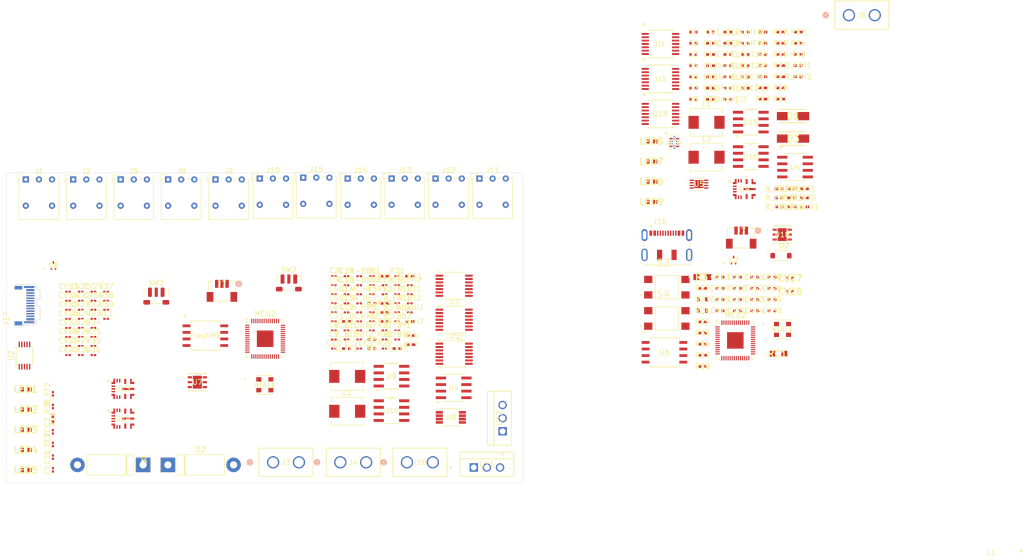
<source format=kicad_pcb>
(kicad_pcb (version 20240108) (generator "pcbnew") (generator_version "8.0")
  (layers (0 "F.Cu" signal) (1 "In1.Cu" signal) (2 "In2.Cu" signal) (3 "In3.Cu" signal) (4 "In4.Cu" signal) (31 "B.Cu" signal) (34 "B.Paste" user) (35 "F.Paste" user) (36 "B.SilkS" user "B.Silkscreen") (37 "F.SilkS" user "F.Silkscreen") (38 "B.Mask" user) (39 "F.Mask" user) (44 "Edge.Cuts" user))
  (net 0 "")
  (net 1 "Net-(U1-T+)")
  (net 2 "GND")
  (net 3 "Net-(U1-T-)")
  (net 4 "+3.3V")
  (net 5 "+5V")
  (net 6 "Net-(U3-T+)")
  (net 7 "Net-(U3-T-)")
  (net 8 "Net-(U5-T+)")
  (net 9 "Net-(U5-T-)")
  (net 10 "Net-(U8-EN)")
  (net 11 "Net-(MCU2-RUN)")
  (net 12 "Net-(MCU2-VREG_VOUT)")
  (net 13 "/5V REG")
  (net 14 "Net-(U13-SW)")
  (net 15 "Net-(U13-CBOOT)")
  (net 16 "Net-(U14-SW)")
  (net 17 "Net-(U14-CBOOT)")
  (net 18 "Net-(C_FF1-Pad1)")
  (net 19 "Net-(U13-FB)")
  (net 20 "Net-(U14-FB)")
  (net 21 "Net-(C_FF2-Pad1)")
  (net 22 "+16V")
  (net 23 "+12V")
  (net 24 "Net-(U13-VCC)")
  (net 25 "Net-(U14-VCC)")
  (net 26 "Net-(D1-A)")
  (net 27 "Net-(D2-A)")
  (net 28 "/RP2040 Standard/MCU QSPI_SD0")
  (net 29 "/RP2040 Standard/MCU QSPI_SD1")
  (net 30 "/RP2040 Standard/MCU QSPI_SS")
  (net 31 "/RP2040 Standard/MCU QSPI_SD2")
  (net 32 "/RP2040 Standard/MCU QSPI_SD3")
  (net 33 "/RP2040 Standard/MCU QSPI_SCLK")
  (net 34 "/THERMO1 T+")
  (net 35 "Net-(J2-Pin_1)")
  (net 36 "Net-(J5-Pin_1)")
  (net 37 "Net-(J7-Pad3)")
  (net 38 "Net-(J7-Pad1)")
  (net 39 "/THERMO1 T-")
  (net 40 "/THERMO2 T+")
  (net 41 "/THERMO2 T-")
  (net 42 "/THERMO3 T+")
  (net 43 "/THERMO3 T-")
  (net 44 "/ADC_AIN0")
  (net 45 "/RP2040 Standard/USB_DM")
  (net 47 "Net-(J17-CC1)")
  (net 50 "Net-(J17-CC2)")
  (net 53 "/RP2040 Standard/USB_DP")
  (net 55 "Net-(LED1-A)")
  (net 56 "Net-(LED2-K)")
  (net 57 "Net-(LED2-A)")
  (net 58 "Net-(LED3-A)")
  (net 59 "Net-(LED3-K)")
  (net 60 "Net-(LED4-A)")
  (net 61 "Net-(LED4-K)")
  (net 62 "Net-(LED5-K)")
  (net 63 "Net-(LED5-A)")
  (net 64 "/SPI_MOSI")
  (net 65 "/THERMO3_~{FAULT}")
  (net 66 "/THERMO2_~{FAULT}")
  (net 67 "/RS_RX")
  (net 68 "Net-(MCU2-USB_DM)")
  (net 69 "Net-(MCU2-SWCLK)")
  (net 70 "/RP2040 Standard/GP26_ADC0")
  (net 71 "/THERMO3_~{DRDY}")
  (net 72 "/DC.DC2 PGOOD")
  (net 73 "/THERMO1_~{CS}")
  (net 74 "/THERMO1_~{FAULT}")
  (net 75 "/RP2040 Standard/GP9{slash}SPI1 ~{CS}")
  (net 76 "/THERMO2_~{CS}")
  (net 77 "/Valve Control 2")
  (net 78 "/RP2040 Standard/GP29_ADC3")
  (net 79 "Net-(MCU2-SWD)")
  (net 80 "/RP2040 Standard/GP8{slash}SPI1 MISO")
  (net 81 "/RP2040 Standard/GP10{slash}SPI1 SCK")
  (net 82 "CRYSTAL")
  (net 84 "/ADC SDA I2C")
  (net 85 "/RP2040 Standard/GPIO3")
  (net 86 "/SPI_SCK")
  (net 87 "Net-(MCU2-USB_DP)")
  (net 88 "/RP2040 Standard/GP25{slash}PWM4 B")
  (net 89 "/ADC SDL I2C")
  (net 90 "/THERMO3_~{CS}")
  (net 91 "/DC.DC1 PGOOD")
  (net 92 "/RS_TX")
  (net 93 "/THERMO1_~{DRDY}")
  (net 94 "/RP2040 Standard/GP27_ADC1")
  (net 95 "/SPI_MISO")
  (net 96 "/THERMO2_~{DRDY}")
  (net 97 "/RP2040 Standard/GP28_ADC2")
  (net 98 "/RS_ENABLE")
  (net 99 "/Valve Control 1")
  (net 100 "/ADC RDY")
  (net 101 "Net-(U2-SDA)")
  (net 102 "Net-(U2-SCL)")
  (net 103 "/RP2040 Standard/~{RST}")
  (net 104 "Net-(XTAL1-TRI-STATE(STBY))")
  (net 105 "/RP2040 Standard/~{USB_BOOT}")
  (net 106 "Net-(U13-EN{slash}SYNC)")
  (net 107 "Net-(U14-EN{slash}SYNC)")
  (net 108 "+3V3")
  (net 109 "Net-(U13-RT)")
  (net 110 "Net-(U14-RT)")
  (net 113 "Net-(U2-ADDR)")
  (net 120 "Net-(U10-T+)")
  (net 121 "Net-(U10-T-)")
  (net 122 "Net-(U9-SW)")
  (net 123 "Net-(U9-CBOOT)")
  (net 124 "Net-(U9-VCC)")
  (net 125 "Net-(D2-PadA)")
  (net 126 "Net-(D3-A)")
  (net 135 "Net-(J16-CC1)")
  (net 136 "Net-(J16-CC2)")
  (net 137 "Net-(LED6-A)")
  (net 138 "Net-(LED7-A)")
  (net 139 "Net-(LED8-A)")
  (net 140 "Net-(LED9-A)")
  (net 141 "/TEMP ALERT")
  (net 142 "/TEMP SDA I2C")
  (net 143 "/TEMP SDL I2C")
  (net 144 "Net-(Q1-D)")
  (net 145 "Net-(U15-1SOURCE)")
  (net 146 "Net-(U15-2SOURCE)")
  (net 147 "Net-(U16-1SOURCE)")
  (net 148 "Net-(U16-2SOURCE)")
  (net 149 "Net-(U14-SCL)")
  (net 150 "Net-(U14-SDA)")
  (net 151 "Net-(U9-EN{slash}SYNC)")
  (net 152 "Net-(U9-FB)")
  (net 153 "Net-(U9-RT)")
  (footprint "SWD_Con:CONN_BM03B-SRSS-TBLFSN_JST" (layer "F.Cu") (at 232.6577 72.6083)
    (property "Reference" "J7")
    (property "Value" "BM03B-SRSS-TBLFSN")
  )
  (footprint "Capacitor_SMD:C_0201_0603Metric" (layer "F.Cu") (at 153.855 94)
    (property "Reference" "C10")
    (property "Value" "10nF")
  )
  (footprint "Resistor_SMD:R_0201_0603Metric" (layer "F.Cu") (at 166.105 92.25)
    (property "Reference" "R_FBT2")
    (property "Value" "100K")
  )
  (footprint "Package_SO:TSSOP-14_4.4x5mm_P0.65mm" (layer "F.Cu") (at 177.124201 94.9948)
    (property "Reference" "U5")
    (property "Value" "MAX31856")
  )
  (footprint "Package_SO:TSSOP-14_4.4x5mm_P0.65mm" (layer "F.Cu") (at 177.124201 88.4198)
    (property "Reference" "U3")
    (property "Value" "MAX31856")
  )
  (footprint "Resistor_SMD:R_0201_0603Metric" (layer "F.Cu") (at 109.795 88.25)
    (property "Reference" "RC1")
    (property "Value" "5k1")
  )
  (footprint "RES_0402:RES_0402" (layer "F.Cu") (at 168.740798 93.237997)
    (property "Reference" "R17")
    (property "Value" "10k")
  )
  (footprint "Capacitor_0402:Capacitor_0402" (layer "F.Cu") (at 230.0805 39.2744)
    (property "Reference" "C_IN-BLK1")
    (property "Value" "C")
  )
  (footprint "Capacitor_0402:Capacitor_0402" (layer "F.Cu") (at 238.6327 84.516)
    (property "Reference" "CV29")
    (property "Value" "1uF")
  )
  (footprint "Capacitor_0402:Capacitor_0402" (layer "F.Cu") (at 226.7183 32.7692)
    (property "Reference" "C9")
    (property "Value" "10nF")
  )
  (footprint "Capacitor_0402:Capacitor_0402" (layer "F.Cu") (at 231.9083 82.3476)
    (property "Reference" "CV18")
    (property "Value" "1uF")
  )
  (footprint "DCDC_LM61460:VQFN-HR14_RJR_TEX" (layer "F.Cu") (at 233.260799 63.138599)
    (property "Reference" "U9")
    (property "Value" "LM61460AASQRJRRQ1")
  )
  (footprint "Capacitor_0402:Capacitor_0402" (layer "F.Cu") (at 233.4427 39.2744)
    (property "Reference" "C_OUT2")
    (property "Value" "C")
  )
  (footprint "LDO ST1L05A:DFN_5APU33R_STM" (layer "F.Cu") (at 127.4478 100.5)
    (property "Reference" "U7")
    (property "Value" "ST1L05APU33R")
  )
  (footprint "RES_0402:RES_0402" (layer "F.Cu") (at 243.668995 32.7652)
    (property "Reference" "R32")
    (property "Value" "100")
  )
  (footprint "Button_Switch_THT:SW_Lever_1P2T_NKK_GW12LxH" (layer "F.Cu") (at 147.92 60.92)
    (property "Reference" "J15")
    (property "Value" "Conn_01x01_Socket")
  )
  (footprint "Capacitor_SMD:C_0201_0603Metric" (layer "F.Cu") (at 104.895 93.5)
    (property "Reference" "CV27")
    (property "Value" "4.7uF")
  )
  (footprint "RES_0402:RES_0402" (layer "F.Cu") (at 236.825799 37.086)
    (property "Reference" "R5")
    (property "Value" "2k")
  )
  (footprint "Button_Switch_SMD:SW_Push_1P1T-MP_NO_Horizontal_Alps_SKRTLAE010" (layer "F.Cu") (at 145.15 81.45)
    (property "Reference" "SW2")
    (property "Value" "SW_Push")
  )
  (footprint "Capacitor_0402:Capacitor_0402" (layer "F.Cu") (at 156.305 88.75)
    (property "Reference" "C23")
    (property "Value" "100nF")
  )
  (footprint "Capacitor_0402:Capacitor_0402" (layer "F.Cu") (at 230.0805 37.106)
    (property "Reference" "C_FF2")
    (property "Value" "C")
  )
  (footprint "Schottky RSX301L:DIOM5026X220N" (layer "F.Cu") (at 242.685 53.38)
    (property "Reference" "D3")
    (property "Value" "RSX301L-30DDTE25" (hide yes))
  )
  (footprint "RES_0402:RES_0402" (layer "F.Cu") (at 225.155799 82.3356)
    (property "Reference" "R22")
    (property "Value" "1k")
  )
  (footprint "Capacitor_0402:Capacitor_0402" (layer "F.Cu") (at 156.305 94)
    (property "Reference" "C_FF1")
    (property "Value" "C")
  )
  (footprint "2 PMOS:D8" (layer "F.Cu") (at 234.5096 50.1871)
    (property "Reference" "U15")
    (property "Value" "TPS1120DR")
  )
  (footprint "Capacitor_0402:Capacitor_0402" (layer "F.Cu") (at 223.3561 41.4428)
    (property "Reference" "C6")
    (property "Value" "100nF")
  )
  (footprint "Thermocouple:21-0066J_14_MXM" (layer "F.Cu") (at 217.0374 35.0679)
    (property "Reference" "U1")
    (property "Value" "MAX31856MUD+T")
  )
  (footprint "Capacitor_SMD:C_0201_0603Metric" (layer "F.Cu") (at 104.895 84.75)
    (property "Reference" "CV22")
    (property "Value" "100nF")
  )
  (footprint "AMASS_XT30UPB-M:CONN_XT30UPB-M_AMA" (layer "F.Cu") (at 253.5 29.5)
    (property "Reference" "J6")
    (property "Value" "XT30UPB-M")
  )
  (footprint "Capacitor_0402:Capacitor_0402" (layer "F.Cu") (at 226.7183 43.6112)
    (property "Reference" "C19")
    (property "Value" "100nF")
  )
  (footprint "Button_Switch_THT:SW_Lever_1P2T_NKK_GW12LxH" (layer "F.Cu") (at 165.0225 61.1025)
    (property "Reference" "J13")
    (property "Value" "Conn_01x01_Socket")
  )
  (footprint "Capacitor_0402:Capacitor_0402" (layer "F.Cu") (at 226.7183 37.106)
    (property "Reference" "C11")
    (property "Value" "100 nF")
  )
  (footprint "Capacitor_SMD:C_0201_0603Metric" (layer "F.Cu") (at 158.755 81.75)
    (property "Reference" "C_IN-BLK2")
    (property "Value" "C")
  )
  (footprint "Capacitor_0402:Capacitor_0402" (layer "F.Cu") (at 231.9083 84.516)
    (property "Reference" "CV19")
    (property "Value" "100nF")
  )
  (footprint "Red SMD LED:HSMHH191" (layer "F.Cu") (at 94.25 109.7)
    (property "Reference" "LED3")
    (property "Value" "HSMH-H191" (hide yes))
  )
  (footprint "RES_0402:RES_0402" (layer "F.Cu") (at 161.205 94)
    (property "Reference" "R9")
    (property "Value" "10K")
  )
  (footprint "Capacitor_0402:Capacitor_0402" (layer "F.Cu") (at 226.7183 45.7796)
    (property "Reference" "C20")
    (property "Value" "10nF")
  )
  (footprint "Resistor_SMD:R_0201_0603Metric" (layer "F.Cu") (at 168.555 83.5)
    (property "Reference" "R_RT1")
    (property "Value" "R")
  )
  (footprint "Capacitor_SMD:C_0201_0603Metric" (layer "F.Cu") (at 104.895 88.25)
    (property "Reference" "CV24")
    (property "Value" "100nF")
  )
  (footprint "Capacitor_SMD:C_0201_0603Metric" (layer "F.Cu") (at 102.445 91.75)
    (property "Reference" "CV18")
    (property "Value" "1uF")
  )
  (footprint "Schottky RSX301L:DIOM5026X220N" (layer "F.Cu") (at 242.685 49.03)
    (property "Reference" "D1")
    (property "Value" "RSX301L-30DDTE25" (hide yes))
  )
  (footprint "Thermocouple:21-0066J_14_MXM" (layer "F.Cu") (at 217.0374 41.8337)
    (property "Reference" "U3")
    (property "Value" "MAX31856MUD+T")
  )
  (footprint "Resistor_SMD:R_0201_0603Metric" (layer "F.Cu") (at 163.655 83.5)
    (property "Reference" "R13")
    (property "Value" "100")
  )
  (footprint "ADS1114:RUG10" (layer "F.Cu") (at 219.7302 54.133)
    (property "Reference" "U14")
    (property "Value" "ADS1114IRUGR")
  )
  (footprint "Capacitor_SMD:C_0201_0603Metric" (layer "F.Cu") (at 102.445 90)
    (property "Reference" "CV17")
    (property "Value" "100nF")
  )
  (footprint "Capacitor_SMD:C_0201_0603Metric" (layer "F.Cu") (at 99.5 110.105 90)
    (property "Reference" "C_VCC2")
    (property "Value" "C")
  )
  (footprint "Red SMD LED:HSMHH191" (layer "F.Cu") (at 94.25 101.9)
    (property "Reference" "LED1")
    (property "Value" "HSMH-H191" (hide yes))
  )
  (footprint "Capacitor_SMD:C_0201_0603Metric" (layer "F.Cu") (at 153.855 90.5)
    (property "Reference" "C8")
    (property "Value" "100nF")
  )
  (footprint "RES_R0603_27:RES_R0603_27" (layer "F.Cu") (at 225.155799 84.496)
    (property "Reference" "R23")
    (property "Value" "27")
  )
  (footprint "AMASS_XT30UPB-M:CONN_XT30UPB-M_AMA" (layer "F.Cu") (at 155.1049 116)
    (property "Reference" "J4")
    (property "Value" "XT30UPB-M")
  )
  (footprint "Capacitor_SMD:C_0201_0603Metric" (layer "F.Cu") (at 153.855 80)
    (property "Reference" "C2")
    (property "Value" "100nF")
  )
  (footprint "Resistor_SMD:R_0201_0603Metric" (layer "F.Cu") (at 163.655 94)
    (property "Reference" "R29")
    (property "Value" "2k")
  )
  (footprint "AMASS_XT30UPB-M:CONN_XT30UPB-M_AMA" (layer "F.Cu") (at 142.1049 116)
    (property "Reference" "J3")
    (property "Value" "XT30UPB-M")
  )
  (footprint "Capacitor_0402:Capacitor_0402" (layer "F.Cu") (at 235.2705 86.6844)
    (property "Reference" "CV24")
    (property "Value" "100nF")
  )
  (footprint "PMEG2010ER:SODFL3517X110N" (layer "F.Cu") (at 240.355 76.025)
    (property "Reference" "D2")
    (property "Value" "PMEG2010ER")
  )
  (footprint "Resistor_SMD:R_0201_0603Metric" (layer "F.Cu") (at 99.5 102.755 90)
    (property "Reference" "R_FF2")
    (property "Value" "R")
  )
  (footprint "Capacitor_0402:Capacitor_0402" (layer "F.Cu") (at 223.3561 45.7796)
    (property "Reference" "C8")
    (property "Value" "10nF")
  )
  (footprint "Resistor_SMD:R_0201_0603Metric" (layer "F.Cu") (at 107.345 91.75)
    (property "Reference" "R25")
    (property "Value" "100")
  )
  (footprint "Button_Switch_THT:SW_Lever_1P2T_NKK_GW12LxH" (layer "F.Cu") (at 112.61 61.285)
    (property "Reference" "J5")
    (property "Value" "Conn_01x01_Socket")
  )
  (footprint "RES_0402:RES_0402" (layer "F.Cu") (at 240.247397 34.9256)
    (property "Reference" "R19")
    (property "Value" "47")
  )
  (footprint "Button_Switch_SMD:SW_Push_1P1T-MP_NO_Horizontal_Alps_SKRTLAE010" (layer "F.Cu") (at 119.5 84)
    (property "Reference" "SW3")
    (property "Value" "SW_Push")
  )
  (footprint "RES_0402:RES_0402" (layer "F.Cu") (at 244.91 63.09)
    (property "Reference" "R_RT1")
    (property "Value" "R")
  )
  (footprint "Dual PMOS:D8" (layer "F.Cu") (at 165 106)
    (property "Reference" "U10")
    (property "Value" "TPS1120DR")
  )
  (footprint "RES_0402:RES_0402" (layer "F.Cu") (at 99.5 107.655 90)
    (property "Reference" "R10")
    (property "Value" "10K")
  )
  (footprint "NOR Flash:SOIC_208MIL_WIN" (layer "F.Cu") (at 217.8121 94.7176)
    (property "Reference" "U6")
    (property "Value" "W25Q128JVSIQ TR")
  )
  (footprint "Button_Switch_THT:SW_Lever_1P2T_NKK_GW12LxH" (layer "F.Cu") (at 173.5225 61.1025)
    (property "Reference" "J12")
    (property "Value" "Conn_01x01_Socket")
  )
  (footprint "Diode_THT:D_5W_P12.70mm_Horizontal" (layer "F.Cu") (at 116.9549 116.5 180)
    (property "Reference" "D1")
    (property "Value" "1N5818")
  )
  (footprint "R_0805_5K1:R_0805_5K1" (layer "F.Cu") (at 225.155799 80.1752)
    (property "Reference" "R3")
    (property "Value" "5k1" (hide yes))
  )
  (footprint "Resistor_SMD:R_0201_0603Metric" (layer "F.Cu") (at 166.105 88.75)
    (property "Reference" "R_FBB2")
    (property "Value" "R")
  )
  (footprint "Red SMD LED:HSMHH191" (layer "F.Cu") (at 94.25 113.6)
    (property "Reference" "LED4")
    (property "Value" "HSMH-H191" (hide yes))
  )
  (footprint "Resistor_SMD:R_0201_0603Metric" (layer "F.Cu") (at 109.795 83)
    (property "Reference" "R37")
    (property "Value" "10k")
  )
  (footprint "Resistor_SMD:R_0201_0603Metric" (layer "F.Cu") (at 161.205 83.5)
    (property "Reference" "R3")
    (property "Value" "2k")
  )
  (footprint "Package_SO:TSSOP-10_3x3mm_P0.5mm" (layer "F.Cu") (at 94 95.35 90)
    (property "Reference" "U2")
    (property "Value" "ADS1114IDGS")
  )
  (footprint "Capacitor_SMD:C_0201_0603Metric" (layer "F.Cu") (at 158.755 87)
    (property "Reference" "C_IN_HFI1")
    (property "Value" "C")
  )
  (footprint "Capacitor_SMD:C_0201_0603Metric" (layer "F.Cu") (at 104.895 86.5)
    (property "Reference" "CV23")
    (property "Value" "100nF")
  )
  (footprint "Thermocouple:21-0066J_14_MXM" (layer "F.Cu") (at 217.0374 48.5995)
    (property "Reference" "U10")
    (property "Value" "MAX31856MUD+T")
  )
  (footprint "Resistor_SMD:R_0201_0603Metric" (layer "F.Cu") (at 107.345 88.25)
    (property "Reference" "R23")
    (property "Value" "27")
  )
  (footprint "Capacitor_0402:Capacitor_0402" (layer "F.Cu") (at 235.2705 80.1792)
    (property "Reference" "CV21")
    (property "Value" "100nF")
  )
  (footprint "2 PMOS:D8" (layer "F.Cu") (at 234.5096 56.8513)
    (property "Reference" "U16")
    (property "Value" "TPS1120DR")
  )
  (footprint "USBC-DX07S016JA1:JAE_DX07S016JA1R1500" (layer "F.Cu") (at 218.27 72.775)
    (property "Reference" "J16")
    (property "Value" "DX07S016JA1R1500")
    (fp_line (start 2.875 -0.315) (end 3.125 -0.315) (stroke (width 0.01)) (layer "Edge.Cuts"))
    (fp_line (start 3.125 0.315) (end 2.875 0.315) (stroke (width 0.01)) (layer "Edge.Cuts"))
    (fp_arc (start 2.56 0) (mid 2.652261 -0.222739) (end 2.875 -0.315) (stroke (width 0.01)) (layer "Edge.Cuts"))
    (fp_arc (start 2.875 0.315) (mid 2.652261 0.222739) (end 2.56 0) (stroke (width 0.01)) (layer "Edge.Cuts"))
    (fp_arc (start 3.125 -0.315) (mid 3.347739 -0.222739) (end 3.44 0) (stroke (width 0.01)) (layer "Edge.Cuts"))
    (fp_arc (start 3.44 0) (mid 3.347739 0.222739) (end 3.125 0.315) (stroke (width 0.01)) (layer "Edge.Cuts"))
  )
  (footprint "Capacitor_0402:Capacitor_0402" (layer "F.Cu") (at 233.4427 37.106)
    (property "Reference" "C_OUT1")
    (property "Value" "C")
  )
  (footprint "Capacitor_SMD:C_0201_0603Metric" (layer "F.Cu") (at 104.895 90)
    (property "Reference" "CV25")
    (property "Value" "1uF")
  )
  (footprint "Resistor_SMD:R_0201_0603Metric" (layer "F.Cu") (at 166.105 81.75)
    (property "Reference" "R32")
    (property "Value" "30")
  )
  (footprint "I2C Voltage Translator:TSSOP8_SOT505-1_NXP" (layer "F.Cu") (at 176.487701 107.3044)
    (property "Reference" "U8")
    (property "Value" "PCA9306DP_118")
  )
  (footprint "Capacitor_SMD:C_0201_0603Metric" (layer "F.Cu") (at 99.5 117.455 90)
    (property "Reference" "C1")
    (property "Value" "10nF")
  )
  (footprint "Red SMD LED:HSMHH191" (layer "F.Cu") (at 94.25 117.5)
    (property "Reference" "LED5")
    (property "Value" "HSMH-H191" (hide yes))
  )
  (footprint "Red SMD LED:HSMHH191" (layer "F.Cu") (at 215.275 61.725)
    (property "Reference" "LED8")
    (property "Value" "HSMH-H191" (hide yes))
  )
  (footprint "Resistor_SMD:R_0201_0603Metric" (layer "F.Cu") (at 107.345 93.5)
    (property "Reference" "R35")
    (property "Value" "100")
  )
  (footprint "Button_Switch_THT:SW_Lever_1P2T_NKK_GW12LxH" (layer "F.Cu") (at 121.785 61.285)
    (property "Reference" "J8")
    (property "Value" "Conn_01x01_Socket")
  )
  (footprint "RES_0402:RES_0402" (layer "F.Cu") (at 236.825799 41.4068)
    (property "Reference" "R7")
    (property "Value" "100")
  )
  (footprint "Capacitor_SMD:C_0201_0603Metric" (layer "F.Cu") (at 153.855 88.75)
    (property "Reference" "C7")
    (property "Value" "10nF")
  )
  (footprint "RES_0402:RES_0402" (layer "F.Cu") (at 240.247397 41.4068)
    (property "Reference" "R27")
    (property "Value" "2k")
  )
  (footprint "Capacitor_0402:Capacitor_0402" (layer "F.Cu") (at 223.3561 32.7692)
    (property "Reference" "C1")
    (property "Value" "100nF")
  )
  (footprint "RES_0402:RES_0402" (layer "F.Cu") (at 243.668995 39.2464)
    (property "Reference" "R_FBT1")
    (property "Value" "100K")
  )
  (footprint "Resistor_SMD:R_0201_0603Metric" (layer "F.Cu") (at 163.655 92.25)
    (property "Reference" "R28")
    (property "Value" "30")
  )
  (footprint "Capacitor_0402:Capacitor_0402" (layer "F.Cu") (at 233.4427 43.6112)
    (property "Reference" "C_VCC2")
    (property "Value" "C")
  )
  (footprint "RES_0402:RES_0402" (layer "F.Cu") (at 240.247397 37.086)
    (property "Reference" "R20")
    (property "Value" "47")
  )
  (footprint "Capacitor_0402:Capacitor_0402" (layer "F.Cu") (at 238.6327 80.1792)
    (property "Reference" "CV25")
    (property "Value" "1uF")
  )
  (footprint "Capacitor_SMD:C_0201_0603Metric" (layer "F.Cu") (at 102.445 86.5)
    (property "Reference" "CV15")
    (property "Value" "1uF")
  )
  (footprint "RES_0402:RES_0402" (layer "F.Cu") (at 236.825799 34.9256)
    (property "Reference" "R2")
    (property "Value" "100")
  )
  (footprint "DCDC_LM61460:VQFN-HR14_RJR_TEX" (layer "F.Cu") (at 113.050001 101.800602)
    (property "Reference" "U13")
    (property "Value" "LM61460AASQRJRRQ1")
  )
  (footprint "RES_0402:RES_0402" (layer "F.Cu") (at 168.740798 91.487997)
    (property "Reference" "R14")
    (property "Value" "10k")
  )
  (footprint "Capacitor_0402:Capacitor_0402" (layer "F.Cu") (at 228.5461 82.3476)
    (property "Reference" "CV14")
    (property "Value" "100nF")
  )
  (footprint "Capacitor_SMD:C_0201_0603Metric" (layer "F.Cu") (at 102.445 84.75)
    (property "Reference" "CV14")
    (property "Value" "100nF")
  )
  (footprint "RES_0402:RES_0402" (layer "F.Cu") (at 161.205 85.25)
    (property "Reference" "R4")
    (property "Value" "200k")
  )
  (footprint "Resistor_SMD:R_0201_0603Metric" (layer "F.Cu") (at 161.205 90.5)
    (property "Reference" "R7")
    (property "Value" "100")
  )
  (footprint "RES_0402:RES_0402" (layer "F.Cu") (at 240.247397 32.7652)
    (property "Reference" "R18")
    (property "Value" "47")
  )
  (footprint "Capacitor_0402:Capacitor_0402" (layer "F.Cu") (at 226.7183 39.2744)
    (property "Reference" "C17")
    (property "Value" "10nF")
  )
  (footprint "RES_0402:RES_0402" (layer "F.Cu") (at 243.668995 34.9256)
    (property "Reference" "R34")
    (property "Value" "2k")
  )
  (footprint "Inductor_SMD:L_Neosid_SM-PIC0512H" (layer "F.Cu") (at 225.95 50.23)
    (property "Reference" "L1")
    (property "Value" "L")
  )
  (footprint "Capacitor_SMD:C_0201_0603Metric" (layer "F.Cu") (at 107.345 83)
    (property "Reference" "CV29")
    (property "Value" "1uF")
  )
  (footprint "RES_0402:RES_0402" (layer "F.Cu") (at 168.555 80)
    (property "Reference" "R_PG1")
    (property "Value" "R")
  )
  (footprint "Inductor_SMD:L_Neosid_SM-PIC0512H" (layer "F.Cu") (at 225.95 56.98)
    (property "Reference" "L3")
    (property "Value" "L")
  )
  (footprint "Capacitor_SMD:C_0201_0603Metric" (layer "F.Cu") (at 153.855 85.25)
    (property "Reference" "C5")
    (property "Value" "100 nF")
  )
  (footprint "RES_0402:RES_0402" (layer "F.Cu") (at 163.655 80)
    (property "Reference" "R11")
    (property "Value" "20K")
  )
  (footprint "Capacitor_0402:Capacitor_0402" (layer "F.Cu") (at 231.9083 86.6844)
    (property "Reference" "CV20")
    (property "Value" "100nF")
  )
  (footprint "C_4uF7_0402:C_4uF7_0402" (layer "F.Cu") (at 242.105 80.395)
    (property "Reference" "CV27")
    (property "Value" "4.7uF" (hide yes))
  )
  (footprint "RES_0402:RES_0402" (layer "F.Cu") (at 242.46 63.09)
    (property "Reference" "R_FBB2")
    (property "Value" "R")
  )
  (footprint "Capacitor_0402:Capacitor_0402" (layer "F.Cu") (at 223.3561 39.2744)
    (property "Reference" "C4")
    (property "Value" "10nF")
  )
  (footprint "Capacitor_0402:Capacitor_0402" (layer "F.Cu") (at 226.7183 34.9376)
    (property "Reference" "C10")
    (property "Value" "10nF")
  )
  (footprint "Red SMD LED:HSMHH191" (layer "F.Cu") (at 215.275 65.625)
    (property "Reference" "LED9")
    (property "Value" "HSMH-H191" (hide yes))
  )
  (footprint "RES_0402:RES_0402" (layer "F.Cu") (at 240.247397 43.5672)
    (property "Reference" "R28")
    (property "Value" "100")
  )
  (footprint "RES_0402:RES_0402" (layer "F.Cu") (at 236.825799 32.7652)
    (property "Reference" "R1")
    (property "Value" "100")
  )
  (footprint "Resistor_SMD:R_0201_0603Metric" (layer "F.Cu") (at 166.105 80)
    (property "Reference" "R31")
    (property "Value" "30")
  )
  (footprint "Package_SO:TSSOP-14_4.4x5mm_P0.65mm" (layer "F.Cu") (at 177.124201 81.8448)
    (property "Reference" "U1")
    (property "Value" "MAX31856")
  )
  (footprint "RES_0402:RES_0402" (layer "F.Cu") (at 225.155799 97.4584)
    (property "Reference" "R38")
    (property "Value" "1k")
  )
  (footprint "Resistor_SMD:R_0201_0603Metric" (layer "F.Cu") (at 109.795 84.75)
    (property "Reference" "R38")
    (property "Value" "1k")
  )
  (footprint "Capacitor_0402:Capacitor_0402" (layer "F.Cu") (at 233.4427 34.9376)
    (property "Reference" "C_IN_HFI4")
    (property "Value" "C")
  )
  (footprint "RES_0402:RES_0402" (layer "F.Cu") (at 163.655 85.25)
    (property "Reference" "R15")
    (property "Value" "20K")
  )
  (footprint "Inductor_SMD:L_Neosid_SM-PIC0512H" (layer "F.Cu") (at 156.4404 99.3787)
    (property "Reference" "L1")
    (property "Value" "L")
  )
  (footprint "RES_0402:RES_0402" (layer "F.Cu") (at 236.825799 39.2464)
    (property "Reference" "R6")
    (property "Value" "100")
  )
  (footprint "SWD_Con:CONN_BM03B-SRSS-TBLFSN_JST" (layer "F.Cu") (at 132.2 82.903401)
    (property "Reference" "J7")
    (property "Value" "BM03B-SRSS-TBLFSN")
  )
  (footprint "Resistor_SMD:R_0201_0603Metric" (layer "F.Cu") (at 166.105 83.5)
    (property "Reference" "R_ENT1")
    (property "Value" "R")
  )
  (footprint "Capacitor_0402:Capacitor_0402" (layer "F.Cu") (at 223.3561 43.6112)
    (property "Reference" "C7")
    (property "Value" "10nF")
  )
  (footprint "Capacitor_SMD:C_0201_0603Metric" (layer "F.Cu") (at 156.305 85.25)
    (property "Reference" "C15")
    (property "Value" "10nF")
  )
  (footprint "RS Transceiver:21-0041-3-M_90-0096-8L_MXM" (layer "F.Cu") (at 243.0708 58.8852)
    (property "Reference" "U4")
    (property "Value" "MAX485CSA+T")
  )
  (footprint "Connector_USB:USB_C_Plug_JAE_DX07P024AJ1" (layer "F.Cu") (at 94 85.5 90)
    (property "Reference" "J17")
    (property "Value" "USB_C")
    (fp_line (start -4.3 -1.93) (end -4.3 -0.2275) (stroke (width 0.1)) (layer "Edge.Cuts"))
    (fp_line (start -4.3 -0.2275) (end -3.9 -0.2275) (stroke (width 0.1)) (layer "Edge.Cuts"))
    (fp_line (start 3.9 1.9225) (end 3.9 -1.9175) (stroke (width 0.1)) (layer "Edge.Cuts"))
    (fp_line (start -3.9 1.9225) (end -3.9 -0.2275) (stroke (width 0.1)) (layer "Edge.Cuts"))
    (fp_line (start 3.575 2.3725) (end 3.9 1.9225) (stroke (width 0.1)) (layer "Edge.Cuts"))
    (fp_line (start 3.125 2.3725) (end 3.575 2.3725) (stroke (width 0.1)) (layer "Edge.Cuts"))
    (fp_line (start -3.125 2.3725) (end -3.53 2.3725) (stroke (width 0.1)) (layer "Edge.Cuts"))
    (fp_line (start -3.53 2.3725) (end -3.9 1.9225) (stroke (width 0.1)) (layer "Edge.Cuts"))
    (fp_line (start -0.1 2.4225) (end 0.9 2.4225) (stroke (width 0.1)) (layer "Edge.Cuts"))
    (fp_line (start -0.3 2.6225) (end -0.3 2.8225) (stroke (width 0.1)) (layer "Edge.Cuts"))
    (fp_line (start 2.925 2.8225) (end 2.925 2.5725) (stroke (width 0.1)) (layer "Edge.Cuts"))
    (fp_line (start 1.1 2.8225) (end 1.1 2.6225) (stroke (width 0.1)) (layer "Edge.Cuts"))
    (fp_line (start -2.925 2.8225) (end -2.925 2.5725) (stroke (width 0.1)) (layer "Edge.Cuts"))
    (fp_line (start 1.3 3.0225) (end 2.725 3.0225) (stroke (width 0.1)) (layer "Edge.Cuts"))
    (fp_line (start -0.5 3.0225) (end -2.725 3.0225) (stroke (width 0.1)) (layer "Edge.Cuts"))
    (fp_arc (start -3.125 2.3725) (mid -2.983579 2.431079) (end -2.925 2.5725) (stroke (width 0.1)) (layer "Edge.Cuts"))
    (fp_arc (start 0.9 2.4225) (mid 1.041421 2.481079) (end 1.1 2.6225) (stroke (width 0.1)) (layer "Edge.Cuts"))
    (fp_arc (start 2.925 2.5725) (mid 2.983579 2.431079) (end 3.125 2.3725) (stroke (width 0.1)) (layer "Edge.Cuts"))
    (fp_arc (start -0.3 2.6225) (mid -0.241421 2.481079) (end -0.1 2.4225) (stroke (width 0.1)) (layer "Edge.Cuts"))
    (fp_arc (start 2.925 2.8225) (mid 2.866421 2.963921) (end 2.725 3.0225) (stroke (width 0.1)) (layer "Edge.Cuts"))
    (fp_arc (start -0.3 2.8225) (mid -0.358579 2.963921) (end -0.5 3.0225) (stroke (width 0.1)) (layer "Edge.Cuts"))
    (fp_arc (start 1.3 3.0225) (mid 1.158579 2.963921) (end 1.1 2.8225) (stroke (width 0.1)) (layer "Edge.Cuts"))
    (fp_arc (start -2.725 3.0225) (mid -2.866421 2.963921) (end -2.925 2.8225) (stroke (width 0.1)) (layer "Edge.Cuts"))
  )
  (footprint "Capacitor_0402:Capacitor_0402" (layer "F.Cu") (at 228.5461 86.6844)
    (property "Reference" "CV16")
    (property "Value" "100nF")
  )
  (footprint "Capacitor_0402:Capacitor_0402" (layer "F.Cu") (at 235.2705 84.516)
    (property "Reference" "CV23")
    (property "Value" "100nF")
  )
  (footprint "Capacitor_0402:Capacitor_0402" (layer "F.Cu") (at 228.5461 84.516)
    (property "Reference" "CV15")
    (property "Value" "1uF")
  )
  (footprint "Resistor_SMD:R_0201_0603Metric" (layer "F.Cu") (at 107.345 95.25)
    (property "Reference" "R36")
    (property "Value" "1k")
  )
  (footprint "Inductor_SMD:L_Neosid_SM-PIC0512H" (layer "F.Cu") (at 156.4404 106.1287)
    (property "Reference" "L2")
    (property "Value" "L")
  )
  (footprint "RES_0402:RES_0402" (layer "F.Cu") (at 240.247397 39.2464)
    (property "Reference" "R21")
    (property "Value" "47")
  )
  (footprint "Capacitor_SMD:C_0201_0603Metric" (layer "F.Cu") (at 102.445 93.5)
    (property "Reference" "CV19")
    (property "Value" "100nF")
  )
  (footprint "RES_0402:RES_0402" (layer "F.Cu") (at 243.668995 37.086)
    (property "Reference" "R40")
    (property "Value" "2k")
  )
  (footprint "Capacitor_SMD:C_0201_0603Metric" (layer "F.Cu") (at 102.445 83)
    (property "Reference" "CV13")
    (property "Value" "1uF")
  )
  (footprint "NMOS IRLZ44:PG-TO220-3_INF" (layer "F.Cu") (at 186.5 110 90)
    (property "Reference" "U12")
    (property "Value" "IRLZ44NPBF")
  )
  (footprint "Button_Switch_THT:SW_Lever_1P2T_NKK_GW12LxH" (layer "F.Cu") (at 130.96 61.285)
    (property "Reference" "J9")
    (property "Value" "Conn_01x01_Socket")
  )
  (footprint "Button_Switch_THT:SW_Lever_1P2T_NKK_GW12LxH" (layer "F.Cu") (at 182.0225 61.1025)
    (property "Reference" "J11")
    (property "Value" "Conn_01x01_Socket")
  )
  (footprint "Capacitor_0402:Capacitor_0402" (layer "F.Cu") (at 230.0805 32.7692)
    (property "Reference" "C_BT1")
    (property "Value" "C")
  )
  (footprint "Capacitor_SMD:C_0201_0603Metric" (layer "F.Cu") (at 158.755 88.75)
    (property "Reference" "C_IN_HFI2")
    (property "Value" "C")
  )
  (footprint "RES_0402:RES_0402" (layer "F.Cu") (at 244.91 66.59)
    (property "Reference" "R_pull1")
    (property "Value" "R")
  )
  (footprint "Capacitor_0402:Capacitor_0402" (layer "F.Cu") (at 233.4427 32.7692)
    (property "Reference" "C_IN_HFI3")
    (property "Value" "C")
  )
  (footprint "Capacitor_0402:Capacitor_0402" (layer "F.Cu") (at 230.0805 45.7796)
    (property "Reference" "C_IN_HFI2")
    (property "Value" "C")
  )
  (footprint "RES_0402:RES_0402" (layer "F.Cu") (at 163.655 88.75)
    (property "Reference" "R26")
    (property "Value" "130")
  )
  (footprint "RES_0402:RES_0402" (layer "F.Cu") (at 236.825799 43.5672)
    (property "Reference" "R12")
    (property "Value" "2k")
  )
  (footprint "Capacitor_SMD:C_0201_0603Metric" (layer "F.Cu") (at 99.5 112.555 90)
    (property "Reference" "C_FF2")
    (property "Value" "C")
  )
  (footprint "RES_0402:RES_0402" (layer "F.Cu") (at 225.155799 95.298)
    (property "Reference" "R37")
    (property "Value" "10k")
  )
  (footprint "RES_0402:RES_0402" (layer "F.Cu") (at 242.46 66.59)
    (property "Reference" "R_PG2")
    (property "Value" "R")
  )
  (footprint "Capacitor_0402:Capacitor_0402" (layer "F.Cu") (at 230.0805 43.6112)
    (property "Reference" "C_IN_HFI1")
    (property "Value" "C")
  )
  (footprint "Capacitor_0402:Capacitor_0402" (layer "F.Cu") (at 230.0805 41.4428)
    (property "Reference" "C_IN-BLK2")
    (property "Value" "C")
  )
  (footprint "Capacitor_SMD:C_0201_0603Metric" (layer "F.Cu") (at 104.895 95.25)
    (property "Reference" "CV28")
    (property "Value" "4.7uF")
  )
  (footprint "RES_0402:RES_0402" (layer "F.Cu") (at 242.46 64.84)
    (property "Reference" "R_FF2")
    (property "Value" "R")
  )
  (footprint "RES_R0603_27:RES_R0603_27" (layer "F.Cu") (at 225.155799 86.6564)
    (property "Reference" "R24")
    (property "Value" "27")
  )
  (footprint "Resistor_SMD:R_0201_0603Metric" (layer "F.Cu") (at 161.205 87)
    (property "Reference" "R5")
    (property "Value" "3k2")
  )
  (footprint "RES_0402:RES_0402" (layer "F.Cu") (at 240.01 63.09)
    (property "Reference" "R_ENT1")
    (property "Value" "R")
  )
  (footprint "Resistor_SMD:R_0201_0603Metric" (layer "F.Cu") (at 163.655 81.75)
    (property "Reference" "R12")
    (property "Value" "100")
  )
  (footprint "Resistor_SMD:R_0201_0603Metric" (layer "F.Cu") (at 109.795 86.5)
    (property "Reference" "R39")
    (property "Value" "5k1")
  )
  (footprint "Capacitor_SMD:C_0201_0603Metric" (layer "F.Cu") (at 158.755 90.5)
    (property "Reference" "C_OUT1")
    (property "Value" "C")
  )
  (footprint "Package_DFN_QFN:QFN-56-1EP_7x7mm_P0.4mm_EP3.2x3.2mm" (layer "F.Cu") (at 231.52 92.42)
    (property "Reference" "MCU2")
    (property "Value" "RP2040")
  )
  (footprint "NMOS IRLZ44:PG-TO220-3_INF" (layer "F.Cu") (at 180.92 117)
    (property "Reference" "U11")
    (property "Value" "IRLZ44NPBF")
  )
  (footprint "ESD7L5-Diode:SOT-723_0P85X1P25_ONS" (layer "F.Cu") (at 231.1705 76.8907)
    (property "Reference" "U2")
    (property "Value" "ESD7L5.0DT5G")
  )
  (footprint "Capacitor_0402:Capacitor_0402" (layer "F.Cu") (at 231.9083 80.1792)
    (property "Reference" "CV17")
    (property "Value" "100nF")
  )
  (footprint "Capacitor_0402:Capacitor_0402" (layer "F.Cu") (at 228.5461 80.1792)
    (property "Reference" "CV13")
    (property "Value" "1uF")
  )
  (footprint "Button_Switch_THT:SW_Lever_1P2T_NKK_GW12LxH" (layer "F.Cu") (at 156.5225 61.1025)
    (property "Reference" "J14")
    (property "Value" "Conn_01x01_Socket")
  )
  (footprint "Capacitor_SMD:C_0201_0603Metric" (layer "F.Cu") (at 153.855 87)
    (property "Reference" "C6")
    (property "Value" "10nF")
  )
  (footprint "Capacitor_SMD:C_0201_0603Metric" (layer "F.Cu") (at 158.755 83.5)
    (property "Reference" "C_IN_HF1")
    (property "Value" "C")
  )
  (footprint "Button_Switch_THT:SW_Lever_1P2T_NKK_GW12LxH" (layer "F.Cu") (at 103.435 61.285)
    (property "Reference" "J2")
    (property "Value" "Conn_01x01_Socket")
  )
  (footprint "RES_0402:RES_0402" (layer "F.Cu") (at 168.555 88.75)
    (property "Reference" "R_pull2")
    (property "Value" "R")
  )
  (footprint "RS Transceiver:21-0041-3-M_90-0096-8L_MXM" (layer "F.Cu") (at 177.035001 101.595)
    (property "Reference" "U4")
    (property "Value" "MAX485CSA+T")
  )
  (footprint "Capacitor_SMD:C_0201_0603Metric" (layer "F.Cu") (at 153.855 92.25)
    (property "Reference" "C9")
    (property "Value" "10nF")
  )
  (footprint "MCP9808-TempSensor:DFN8_2x3MC_MCH" (layer "F.Cu") (at 224.4824 62.1885)
    (property "Reference" "U5")
    (property "Value" "MCP9808T-E/MC")
  )
  (footprint "AS12MHz:ASE-3.2X2.5_ABR" (layer "F.Cu") (at 240.6546 90.297)
    (property "Reference" "XTAL1")
    (property "Value" "ASE-12.000MHZ-LC-T")
  )
  (footprint "Capacitor_0402:Capacitor_0402" (layer "F.Cu") (at 235.2705 82.3476)
    (property "Reference" "CV22")
    (property "Value" "100nF")
  )
  (footprint "Resistor_SMD:R_0201_0603Metric" (layer "F.Cu") (at 107.345 86.5)
    (property "Reference" "R22")
    (property "Value" "1k")
  )
  (footprint "LDO ST1L05A:DFN_5APU33R_STM" (layer "F.Cu") (at 240.5878 71.9546)
    (property "Reference" "U18")
    (property "Value" "ST1L05APU33R")
  )
  (footprint "Dual PMOS:D8" (layer "F.Cu") (at 165 99.3358)
    (property "Reference" "U9")
    (property "Value" "TPS1120DR")
  )
  (footprint "R_0805_5K1:R_0805_5K1" (layer "F.Cu") (at 239.825 95)
    (property "Reference" "RC1")
    (property "Value" "5k1" (hide yes))
  )
  (footprint "Button_Switch_THT:SW_Lever_1P2T_NKK_GW12LxH" (layer "F.Cu") (at 139.5225 61.1025)
    (property "Reference" "J10")
    (property "Value" "Conn_01x01_Socket")
  )
  (footprint "Resistor_SMD:R_0201_0603Metric" (layer "F.Cu") (at 99.5 105.205 90)
    (property "Reference" "R30")
    (property "Value" "2k")
  )
  (footprint "Capacitor_SMD:C_0201_0603Metric" (layer "F.Cu") (at 158.755 85.25)
    (property "Reference" "C_IN_HF2")
    (property "Value" "C")
  )
  (footprint "Capacitor_SMD:C_0201_0603Metric" (layer "F.Cu") (at 99.5 115.005 90)
    (property "Reference" "C11")
    (property "Value" "10nF")
  )
  (footprint "Resistor_SMD:R_0201_0603Metric" (layer "F.Cu") (at 166.105 87)
    (property "Reference" "R_FBB1")
    (property "Value" "R")
  )
  (footprint "E-Switch_7mm:SW_TL3305CF160QG" (layer "F.Cu") (at 218.275 88.17)
    (property "Reference" "S4")
    (property "Value" "TL3305CF160QG")
  )
  (footprint "Capacitor_SMD:C_0201_0603Metric" (layer "F.Cu") (at 153.855 81.75)
    (property "Reference" "C3")
    (property "Value" "10nF")
  )
  (footprint "AS12MHz:ASE-3.2X2.5_ABR" (layer "F.Cu") (at 140.5 101)
    (property "Reference" "XTAL1")
    (property "Value" "ASE-12.000MHZ-LC-T")
  )
  (footprint "NOR Flash:SOIC_208MIL_WIN" (layer "F.Cu") (at 129 91.5)
    (property "Reference" "FlashM1")
    (property "Value" "W25Q128JVSIQ_TR")
  )
  (footprint "Capacitor_0402:Capacitor_0402" (layer "F.Cu") (at 233.4427 41.4428)
    (property "Reference" "C_VCC1")
    (property "Value" "C")
  )
  (footprint "ESD7L5-Diode:SOT-723_0P85X1P25_ONS" (layer "F.Cu") (at 99.600001 77.9285)
    (property "Reference" "U6")
    (property "Value" "ESD7L5.0DT5G")
  )
  (footprint "RES_0402:RES_0402" (layer "F.Cu") (at 240.01 64.84)
    (property "Reference" "R_ENT2")
    (property "Value" "R")
  )
  (footprint "RES_0402:RES_0402" (layer "F.Cu") (at 243.668995 41.4068)
    (property "Reference" "R_FBT2")
    (property "Value" "100K")
  )
  (footprint "Capacitor_0402:Capacitor_0402" (layer "F.Cu") (at 223.3561 37.106)
    (property "Reference" "C3")
    (property "Value" "10nF")
  )
  (footprint "DCDC_LM61460:VQFN-HR14_RJR_TEX" (layer "F.Cu") (at 113.050001 107.55)
    (property "Reference" "U14")
    (property "Value" "LM61460AASQRJRRQ1")
  )
  (footprint "Resistor_SMD:R_0201_0603Metric" (layer "F.Cu") (at 107.345 90)
    (property "Reference" "R24")
    (property "Value" "27")
  )
  (footprint "Capacitor_SMD:C_0201_0603Metric" (layer "F.Cu") (at 156.305 90.5)
    (property "Reference" "C_BT1")
    (property "Value" "C")
  )
  (footprint "Capacitor_SMD:C_0201_0603Metric" (layer "F.Cu") (at 156.305 87)
    (property "Reference" "C16")
    (property "Value" "10nF")
  )
  (footprint "Capacitor_0402:Capacitor_0402" (layer "F.Cu") (at 238.6327 86.6844)
    (property "Reference" "CV30")
    (property "Value" "100nF")
  )
  (footprint "RES_0402:RES_0402" (layer "F.Cu") (at 225.155799 93.1376)
    (property "Reference" "R36")
    (property "Value" "1k")
  )
  (footprint "Capacitor_SMD:C_0201_0603Metric" (layer "F.Cu") (at 156.305 92.25)
    (property "Reference" "C_BT2")
    (property "Value" "C")
  )
  (footprint "Resistor_SMD:R_0201_0603Metric" (layer "F.Cu") (at 161.205 80)
    (property "Reference" "R1")
    (property "Value" "100")
  )
  (footprint "Capacitor_SMD:C_0201_0603Metric" (layer "F.Cu") (at 107.345 84.75)
    (property "Reference" "CV30")
    (property "Value" "100nF")
  )
  (footprint "Capacitor_SMD:C_0201_0603Metric" (layer "F.Cu") (at 104.895 83)
    (property "Reference" "CV21")
    (property "Value" "100nF")
  )
  (footprint "Capacitor_SMD:C_0201_0603Metric" (layer "F.Cu") (at 156.305 81.75)
    (property "Reference" "C13")
    (property "Value" "100nF")
  )
  (footprint "RES_0402:RES_0402" (layer "F.Cu") (at 240.247397 45.7276)
    (property "Reference" "R31")
    (property "Value" "2k")
  )
  (footprint "Resistor_SMD:R_0201_0603Metric" (layer "F.Cu") (at 166.105 90.5)
    (property "Reference" "R_FBT1")
    (property "Value" "100K")
  )
  (footprint "RES_0402:RES_0402" (layer "F.Cu") (at 163.655 87)
    (property "Reference" "R16")
    (property "Value" "120")
  )
  (footprint "Capacitor_0402:Capacitor_0402" (layer "F.Cu") (at 223.3561 34.9376)
    (property "Reference" "C2")
    (property "Value" "10nF")
  )
  (footprint "Capacitor_SMD:C_0201_0603Metric" (layer "F.Cu") (at 153.855 83.5)
    (property "Reference" "C4")
    (property "Value" "10nF")
  )
  (footprint "Resistor_SMD:R_0201_0603Metric" (layer "F.Cu") (at 168.555 85.25)
    (property "Reference" "R_RT2")
    (property "Value" "R")
  )
  (footprint "Resistor_SMD:R_0201_0603Metric" (layer "F.Cu") (at 166.105 85.25)
    (property "Reference" "R_ENT2")
    (property "Value" "R")
  )
  (footprint "E-Switch_7mm:SW_TL3305CF160QG" (layer "F.Cu") (at 218.275 82.12)
    (property "Reference" "S3")
    (property "Value" "TL3305CF160QG")
  )
  (footprint "RES_0402:RES_0402" (layer "F.Cu") (at 225.155799 88.8168)
    (property "Reference" "R25")
    (property "Value" "100")
  )
  (footprint "RES_0402:RES_0402" (layer "F.Cu") (at 166.105 94)
    (property "Reference" "R_FF1")
    (property "Value" "R")
  )
  (footprint "Resistor_SMD:R_0201_0603Metric" (layer "F.Cu") (at 168.555 81.75)
    (property "Reference" "R_PG2")
    (property "Value" "R")
  )
  (footprint "Capacitor_SMD:C_0201_0603Metric" (layer "F.Cu") (at 102.445 88.25)
    (property "Reference" "CV16")
    (property "Value" "100nF")
  )
  (footprint "Resistor_SMD:R_0201_0603Metric" (layer "F.Cu") (at 163.655 90.5)
    (property "Reference" "R27")
    (property "Value" "30")
  )
  (footprint "Capacitor_SMD:C_0201_0603Metric" (layer "F.Cu") (at 156.305 83.5)
    (property "Reference" "C14")
    (property "Value" "10nF")
  )
  (footprint "Resistor_SMD:R_0201_0603Metric" (layer "F.Cu") (at 161.205 88.75)
    (property "Reference" "R6")
    (property "Value" "100")
  )
  (footprint "Capacitor_SMD:C_0201_0603Metric" (layer "F.Cu") (at 158.755 94)
    (property "Reference" "C_VCC1")
    (property "Value" "C")
  )
  (footprint "Capacitor_SMD:C_0201_0603Metric" (layer "F.Cu") (at 156.305 80)
    (property "Reference" "C12")
    (property "Value" "10nF")
  )
  (footprint "Capacitor_SMD:C_0201_0603Metric" (layer "F.Cu") (at 158.755 80)
    (property "Reference" "C_IN-BLK1")
    (property "Value" "C")
  )
  (footprint "Diode_THT:D_5W_P12.70mm_Horizontal" (layer "F.Cu") (at 121.7549 116.5)
    (property "Reference" "D2")
    (property "Value" "1N5818")
  )
  (footprint "Capacitor_SMD:C_0201_0603Metric" (layer "F.Cu") (at 158.755 92.25)
    (property "Reference" "C_OUT2")
    (property "Value" "C")
  )
  (footprint "Red SMD LED:HSMHH191" (layer "F.Cu") (at 215.275 53.925)
    (property "Reference" "LED6")
    (property "Value" "HSMH-H191" (hide yes))
  )
  (footprint "AMASS_XT30UPB-M:CONN_XT30UPB-M_AMA" (layer "F.Cu") (at 168 116)
    (property "Reference" "J16")
    (property "Value" "XT30UPB-M")
  )
  (footprint "Red SMD LED:HSMHH191" (layer "F.Cu") (at 94.25 105.8)
    (property "Reference" "LED2")
    (property "Value" "HSMH-H191" (hide yes))
  )
  (footprint "C_4uF7_0402:C_4uF7_0402" (layer "F.Cu") (at 242.105 82.995)
    (property "Reference" "CV28")
    (property "Value" "4.7uF" (hide yes))
  )
  (footprint "Capacitor_0402:Capacitor_0402" (layer "F.Cu") (at 238.6327 82.3476)
    (property "Reference" "CV26")
    (property "Value" "100nF")
  )
  (footprint "Capacitor_0402:Capacitor_0402" (layer "F.Cu") (at 230.0805 34.9376)
    (property "Reference" "C_BT2")
    (property "Value" "C")
  )
  (footprint "Button_Switch_THT:SW_Lever_1P2T_NKK_GW12LxH" (layer "F.Cu") (at 94.26 61.285)
    (property "Reference" "J1")
    (property "Value" "Conn_01x01_Socket")
  )
  (footprint "Capacitor_SMD:C_0201_0603Metric" (layer "F.Cu") (at 104.895 91.75)
    (property "Reference" "CV26")
    (property "Value" "100nF")
  )
  (footprint "RES_0402:RES_0402" (layer "F.Cu") (at 244.91 64.84)
    (property "Reference" "R_RT2")
    (property "Value" "R")
  )
  (footprint "Capacitor_0402:Capacitor_0402" (layer "F.Cu") (at 226.7183 41.4428)
    (property "Reference" "C18")
    (property "Value" "10nF")
  )
  (footprint "RES_0402:RES_0402" (layer "F.Cu") (at 225.155799 90.9772)
    (property "Reference" "R35")
    (property "Value" "100")
  )
  (footprint "Red SMD LED:HSMHH191" (layer "F.Cu") (at 215.275 57.825)
    (property "Reference" "LED7")
    (property "Value" "HSMH-H191" (hide yes))
  )
  (footprint "RES_0402:RES_0402" (layer "F.Cu") (at 240.01 66.59)
    (property "Reference" "R_FBB1")
    (property "Value" "R")
  )
  (footprint "Capacitor_SMD:C_0201_0603Metric" (layer "F.Cu") (at 102.445 95.25)
    (property "Reference" "CV20")
    (property "Value" "100nF")
  )
  (footprint "RES_0402:RES_0402" (layer "F.Cu") (at 236.825799 45.7276)
    (property "Reference" "R13")
    (property "Value" "2k")
  )
  (footprint "Resistor_SMD:R_0201_0603Metric" (layer "F.Cu") (at 168.555 87)
    (property "Reference" "R_pull1")
    (property "Value" "R")
  )
  (footprint "Package_DFN_QFN:QFN-56-1EP_7x7mm_P0.4mm_EP3.2x3.2mm" (layer "F.Cu") (at 140.5625 92.1)
    (property "Reference" "MCU2")
    (property "Value" "RP2040")
  )
  (footprint "RES_0402:RES_0402" (layer "F.Cu") (at 161.205 92.25)
    (property "Reference" "R8")
    (property "Value" "10K")
  )
  (footprint "Resistor_SMD:R_0201_0603Metric" (layer "F.Cu") (at 161.205 81.75)
    (property "Reference" "R2")
    (property "Value" "100")
  )
  (gr_rect (start 90.5 60) (end 190.5 120) (stroke (width 0.05)) (fill none) (layer "Edge.Cuts"))
)
</source>
